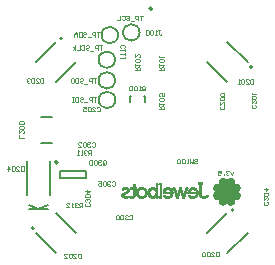
<source format=gbo>
G04 Layer_Color=32896*
%FSLAX25Y25*%
%MOIN*%
G70*
G01*
G75*
%ADD42C,0.00500*%
%ADD46C,0.00400*%
%ADD73C,0.00787*%
%ADD134C,0.00100*%
D42*
X-8844Y15900D02*
G03*
X-8844Y15900I-2756J0D01*
G01*
X-7944Y37500D02*
G03*
X-7944Y37500I-2756J0D01*
G01*
X-8944Y22400D02*
G03*
X-8944Y22400I-2756J0D01*
G01*
Y29300D02*
G03*
X-8944Y29300I-2756J0D01*
G01*
X-744Y38400D02*
G03*
X-744Y38400I-2756J0D01*
G01*
X3545Y46291D02*
G03*
X3545Y46291I-557J0D01*
G01*
X36732Y26873D02*
G03*
X36732Y26873I-394J0D01*
G01*
X-26479Y36338D02*
G03*
X-26479Y36338I-394J0D01*
G01*
X-35945Y-26873D02*
G03*
X-35945Y-26873I-394J0D01*
G01*
X30607Y-20748D02*
G03*
X30607Y-20748I-394J0D01*
G01*
X-27921Y-4868D02*
G03*
X-27921Y-4868I-591J0D01*
G01*
X28543Y35225D02*
X35225Y28543D01*
X21862Y28543D02*
X28543Y21862D01*
X-35225Y28543D02*
X-28543Y35225D01*
X-28543Y21862D02*
X-21862Y28543D01*
X-35225Y-28543D02*
X-28543Y-35225D01*
X-28543Y-21862D02*
X-21862Y-28543D01*
X21862Y-28543D02*
X28543Y-21862D01*
X28543Y-35225D02*
X35225Y-28543D01*
X-37650Y-20630D02*
X-31350D01*
X-30760Y-15709D02*
Y-4390D01*
X-38240Y-15709D02*
Y-4390D01*
X-34500Y-20630D02*
X-31350Y-19055D01*
X-37650D02*
X-34500Y-20630D01*
X-33768Y10131D02*
X-29831D01*
X-33768Y1469D02*
X-29831D01*
X1059Y15303D02*
Y17272D01*
X620D02*
X1059D01*
X-4059Y15303D02*
Y17272D01*
X-3620D01*
D46*
X-6949Y33225D02*
X-7199Y33475D01*
Y33974D01*
X-6949Y34224D01*
X-5949D01*
X-5699Y33974D01*
Y33475D01*
X-5949Y33225D01*
X-5699Y32725D02*
Y32225D01*
Y32475D01*
X-7199D01*
X-6949Y32725D01*
X-5699Y31475D02*
Y30975D01*
Y31225D01*
X-7199D01*
X-6949Y31475D01*
X-5699Y30226D02*
Y29726D01*
Y29976D01*
X-7199D01*
X-6949Y30226D01*
X27250Y13700D02*
X27499Y13450D01*
Y12950D01*
X27250Y12700D01*
X26250D01*
X26000Y12950D01*
Y13450D01*
X26250Y13700D01*
X26000Y15199D02*
Y14199D01*
X27000Y15199D01*
X27250D01*
X27499Y14949D01*
Y14449D01*
X27250Y14199D01*
Y15699D02*
X27499Y15949D01*
Y16449D01*
X27250Y16699D01*
X26250D01*
X26000Y16449D01*
Y15949D01*
X26250Y15699D01*
X27250D01*
Y17199D02*
X27499Y17448D01*
Y17948D01*
X27250Y18198D01*
X26250D01*
X26000Y17948D01*
Y17448D01*
X26250Y17199D01*
X27250D01*
X37850Y14200D02*
X38100Y13950D01*
Y13450D01*
X37850Y13200D01*
X36850D01*
X36600Y13450D01*
Y13950D01*
X36850Y14200D01*
X36600Y15699D02*
Y14699D01*
X37600Y15699D01*
X37850D01*
X38100Y15449D01*
Y14949D01*
X37850Y14699D01*
Y16199D02*
X38100Y16449D01*
Y16949D01*
X37850Y17199D01*
X36850D01*
X36600Y16949D01*
Y16449D01*
X36850Y16199D01*
X37850D01*
X36600Y17699D02*
Y18198D01*
Y17948D01*
X38100D01*
X37850Y17699D01*
X41850Y-18000D02*
X42099Y-18250D01*
Y-18750D01*
X41850Y-19000D01*
X40850D01*
X40600Y-18750D01*
Y-18250D01*
X40850Y-18000D01*
X40600Y-16501D02*
Y-17501D01*
X41600Y-16501D01*
X41850D01*
X42099Y-16751D01*
Y-17251D01*
X41850Y-17501D01*
Y-16001D02*
X42099Y-15751D01*
Y-15251D01*
X41850Y-15001D01*
X40850D01*
X40600Y-15251D01*
Y-15751D01*
X40850Y-16001D01*
X41850D01*
X40600Y-13752D02*
X42099D01*
X41350Y-14501D01*
Y-13502D01*
X-15100Y13350D02*
X-14850Y13600D01*
X-14350D01*
X-14100Y13350D01*
Y12350D01*
X-14350Y12100D01*
X-14850D01*
X-15100Y12350D01*
X-16599Y12100D02*
X-15599D01*
X-16599Y13100D01*
Y13350D01*
X-16349Y13600D01*
X-15849D01*
X-15599Y13350D01*
X-17099D02*
X-17349Y13600D01*
X-17849D01*
X-18099Y13350D01*
Y12350D01*
X-17849Y12100D01*
X-17349D01*
X-17099Y12350D01*
Y13350D01*
X-19598Y13600D02*
X-18599D01*
Y12850D01*
X-19098Y13100D01*
X-19348D01*
X-19598Y12850D01*
Y12350D01*
X-19348Y12100D01*
X-18848D01*
X-18599Y12350D01*
X-4200Y-22650D02*
X-3950Y-22400D01*
X-3450D01*
X-3200Y-22650D01*
Y-23650D01*
X-3450Y-23900D01*
X-3950D01*
X-4200Y-23650D01*
X-4699Y-22650D02*
X-4949Y-22400D01*
X-5449D01*
X-5699Y-22650D01*
Y-22900D01*
X-5449Y-23150D01*
X-5199D01*
X-5449D01*
X-5699Y-23400D01*
Y-23650D01*
X-5449Y-23900D01*
X-4949D01*
X-4699Y-23650D01*
X-6199Y-22650D02*
X-6449Y-22400D01*
X-6949D01*
X-7199Y-22650D01*
Y-23650D01*
X-6949Y-23900D01*
X-6449D01*
X-6199Y-23650D01*
Y-22650D01*
X-7699D02*
X-7948Y-22400D01*
X-8448D01*
X-8698Y-22650D01*
Y-23650D01*
X-8448Y-23900D01*
X-7948D01*
X-7699Y-23650D01*
Y-22650D01*
X-16700Y1550D02*
X-16450Y1799D01*
X-15950D01*
X-15700Y1550D01*
Y550D01*
X-15950Y300D01*
X-16450D01*
X-16700Y550D01*
X-17199Y1550D02*
X-17449Y1799D01*
X-17949D01*
X-18199Y1550D01*
Y1300D01*
X-17949Y1050D01*
X-17699D01*
X-17949D01*
X-18199Y800D01*
Y550D01*
X-17949Y300D01*
X-17449D01*
X-17199Y550D01*
X-18699Y1550D02*
X-18949Y1799D01*
X-19449D01*
X-19699Y1550D01*
Y550D01*
X-19449Y300D01*
X-18949D01*
X-18699Y550D01*
Y1550D01*
X-21198Y300D02*
X-20198D01*
X-21198Y1300D01*
Y1550D01*
X-20948Y1799D01*
X-20448D01*
X-20198Y1550D01*
X-17650Y-18600D02*
X-17401Y-18850D01*
Y-19350D01*
X-17650Y-19600D01*
X-18650D01*
X-18900Y-19350D01*
Y-18850D01*
X-18650Y-18600D01*
X-17650Y-18101D02*
X-17401Y-17851D01*
Y-17351D01*
X-17650Y-17101D01*
X-17900D01*
X-18150Y-17351D01*
Y-17601D01*
Y-17351D01*
X-18400Y-17101D01*
X-18650D01*
X-18900Y-17351D01*
Y-17851D01*
X-18650Y-18101D01*
X-17650Y-16601D02*
X-17401Y-16351D01*
Y-15851D01*
X-17650Y-15601D01*
X-18650D01*
X-18900Y-15851D01*
Y-16351D01*
X-18650Y-16601D01*
X-17650D01*
X-18900Y-14352D02*
X-17401D01*
X-18150Y-15101D01*
Y-14102D01*
X-10000Y-11550D02*
X-9750Y-11300D01*
X-9250D01*
X-9000Y-11550D01*
Y-12550D01*
X-9250Y-12800D01*
X-9750D01*
X-10000Y-12550D01*
X-10499Y-11550D02*
X-10749Y-11300D01*
X-11249D01*
X-11499Y-11550D01*
Y-11800D01*
X-11249Y-12050D01*
X-10999D01*
X-11249D01*
X-11499Y-12300D01*
Y-12550D01*
X-11249Y-12800D01*
X-10749D01*
X-10499Y-12550D01*
X-11999Y-11550D02*
X-12249Y-11300D01*
X-12749D01*
X-12999Y-11550D01*
Y-12550D01*
X-12749Y-12800D01*
X-12249D01*
X-11999Y-12550D01*
Y-11550D01*
X-14498Y-11300D02*
X-13499D01*
Y-12050D01*
X-13998Y-11800D01*
X-14248D01*
X-14498Y-12050D01*
Y-12550D01*
X-14248Y-12800D01*
X-13748D01*
X-13499Y-12550D01*
X25555Y-34738D02*
Y-36237D01*
X24805D01*
X24555Y-35987D01*
Y-34988D01*
X24805Y-34738D01*
X25555D01*
X23056Y-36237D02*
X24055D01*
X23056Y-35237D01*
Y-34988D01*
X23306Y-34738D01*
X23806D01*
X24055Y-34988D01*
X22556D02*
X22306Y-34738D01*
X21806D01*
X21556Y-34988D01*
Y-35987D01*
X21806Y-36237D01*
X22306D01*
X22556Y-35987D01*
Y-34988D01*
X21056D02*
X20807Y-34738D01*
X20307D01*
X20057Y-34988D01*
Y-35987D01*
X20307Y-36237D01*
X20807D01*
X21056Y-35987D01*
Y-34988D01*
X37049Y22831D02*
Y21332D01*
X36300D01*
X36050Y21582D01*
Y22581D01*
X36300Y22831D01*
X37049D01*
X34550Y21332D02*
X35550D01*
X34550Y22331D01*
Y22581D01*
X34800Y22831D01*
X35300D01*
X35550Y22581D01*
X34051D02*
X33801Y22831D01*
X33301D01*
X33051Y22581D01*
Y21582D01*
X33301Y21332D01*
X33801D01*
X34051Y21582D01*
Y22581D01*
X32551Y21332D02*
X32051D01*
X32301D01*
Y22831D01*
X32551Y22581D01*
X-20349Y-35332D02*
Y-36832D01*
X-21099D01*
X-21349Y-36582D01*
Y-35582D01*
X-21099Y-35332D01*
X-20349D01*
X-22849Y-36832D02*
X-21849D01*
X-22849Y-35832D01*
Y-35582D01*
X-22599Y-35332D01*
X-22099D01*
X-21849Y-35582D01*
X-23349D02*
X-23598Y-35332D01*
X-24098D01*
X-24348Y-35582D01*
Y-36582D01*
X-24098Y-36832D01*
X-23598D01*
X-23349Y-36582D01*
Y-35582D01*
X-25848Y-36832D02*
X-24848D01*
X-25848Y-35832D01*
Y-35582D01*
X-25598Y-35332D01*
X-25098D01*
X-24848Y-35582D01*
X-32800Y23099D02*
Y21600D01*
X-33550D01*
X-33800Y21850D01*
Y22850D01*
X-33550Y23099D01*
X-32800D01*
X-35299Y21600D02*
X-34299D01*
X-35299Y22600D01*
Y22850D01*
X-35049Y23099D01*
X-34549D01*
X-34299Y22850D01*
X-35799D02*
X-36049Y23099D01*
X-36549D01*
X-36799Y22850D01*
Y21850D01*
X-36549Y21600D01*
X-36049D01*
X-35799Y21850D01*
Y22850D01*
X-37299D02*
X-37549Y23099D01*
X-38048D01*
X-38298Y22850D01*
Y22600D01*
X-38048Y22350D01*
X-37798D01*
X-38048D01*
X-38298Y22100D01*
Y21850D01*
X-38048Y21600D01*
X-37549D01*
X-37299Y21850D01*
X-39400Y-6301D02*
Y-7800D01*
X-40150D01*
X-40400Y-7550D01*
Y-6550D01*
X-40150Y-6301D01*
X-39400D01*
X-41899Y-7800D02*
X-40900D01*
X-41899Y-6800D01*
Y-6550D01*
X-41649Y-6301D01*
X-41149D01*
X-40900Y-6550D01*
X-42399D02*
X-42649Y-6301D01*
X-43149D01*
X-43399Y-6550D01*
Y-7550D01*
X-43149Y-7800D01*
X-42649D01*
X-42399Y-7550D01*
Y-6550D01*
X-44648Y-7800D02*
Y-6301D01*
X-43899Y-7050D01*
X-44898D01*
X5500Y39099D02*
X6000D01*
X5750D01*
Y37850D01*
X6000Y37600D01*
X6250D01*
X6500Y37850D01*
X5001Y37600D02*
X4501D01*
X4751D01*
Y39099D01*
X5001Y38850D01*
X3751D02*
X3501Y39099D01*
X3001D01*
X2751Y38850D01*
Y37850D01*
X3001Y37600D01*
X3501D01*
X3751Y37850D01*
Y38850D01*
X2251D02*
X2001Y39099D01*
X1502D01*
X1252Y38850D01*
Y37850D01*
X1502Y37600D01*
X2001D01*
X2251Y37850D01*
Y38850D01*
X-39301Y3200D02*
X-40800D01*
Y4200D01*
Y5699D02*
Y4699D01*
X-39800Y5699D01*
X-39550D01*
X-39301Y5449D01*
Y4949D01*
X-39550Y4699D01*
Y6199D02*
X-39301Y6449D01*
Y6949D01*
X-39550Y7199D01*
X-40550D01*
X-40800Y6949D01*
Y6449D01*
X-40550Y6199D01*
X-39550D01*
Y7699D02*
X-39301Y7948D01*
Y8448D01*
X-39550Y8698D01*
X-40550D01*
X-40800Y8448D01*
Y7948D01*
X-40550Y7699D01*
X-39550D01*
X-13000Y-5450D02*
Y-4450D01*
X-12750Y-4200D01*
X-12250D01*
X-12000Y-4450D01*
Y-5450D01*
X-12250Y-5700D01*
X-12750D01*
X-12500Y-5200D02*
X-13000Y-5700D01*
X-12750D02*
X-13000Y-5450D01*
X-13499Y-4450D02*
X-13749Y-4200D01*
X-14249D01*
X-14499Y-4450D01*
Y-4700D01*
X-14249Y-4950D01*
X-13999D01*
X-14249D01*
X-14499Y-5200D01*
Y-5450D01*
X-14249Y-5700D01*
X-13749D01*
X-13499Y-5450D01*
X-14999Y-4450D02*
X-15249Y-4200D01*
X-15749D01*
X-15999Y-4450D01*
Y-5450D01*
X-15749Y-5700D01*
X-15249D01*
X-14999Y-5450D01*
Y-4450D01*
X-16499D02*
X-16748Y-4200D01*
X-17248D01*
X-17498Y-4450D01*
Y-5450D01*
X-17248Y-5700D01*
X-16748D01*
X-16499Y-5450D01*
Y-4450D01*
X5880Y25782D02*
X7380D01*
Y26532D01*
X7130Y26782D01*
X6630D01*
X6380Y26532D01*
Y25782D01*
Y26282D02*
X5880Y26782D01*
Y27281D02*
Y27781D01*
Y27531D01*
X7380D01*
X7130Y27281D01*
Y28531D02*
X7380Y28781D01*
Y29281D01*
X7130Y29531D01*
X6130D01*
X5880Y29281D01*
Y28781D01*
X6130Y28531D01*
X7130D01*
X5880Y30031D02*
Y30530D01*
Y30281D01*
X7380D01*
X7130Y30031D01*
X-2119Y25800D02*
X-619D01*
Y26550D01*
X-869Y26800D01*
X-1369D01*
X-1619Y26550D01*
Y25800D01*
Y26300D02*
X-2119Y26800D01*
Y27299D02*
Y27799D01*
Y27549D01*
X-619D01*
X-869Y27299D01*
Y28549D02*
X-619Y28799D01*
Y29299D01*
X-869Y29549D01*
X-1869D01*
X-2119Y29299D01*
Y28799D01*
X-1869Y28549D01*
X-869D01*
X-2119Y31048D02*
Y30049D01*
X-1119Y31048D01*
X-869D01*
X-619Y30798D01*
Y30299D01*
X-869Y30049D01*
X-16800Y-2400D02*
Y-900D01*
X-17550D01*
X-17800Y-1150D01*
Y-1650D01*
X-17550Y-1900D01*
X-16800D01*
X-17300D02*
X-17800Y-2400D01*
X-18300Y-1150D02*
X-18549Y-900D01*
X-19049D01*
X-19299Y-1150D01*
Y-1400D01*
X-19049Y-1650D01*
X-18799D01*
X-19049D01*
X-19299Y-1900D01*
Y-2150D01*
X-19049Y-2400D01*
X-18549D01*
X-18300Y-2150D01*
X-19799Y-2400D02*
X-20299D01*
X-20049D01*
Y-900D01*
X-19799Y-1150D01*
X-21049Y-2400D02*
X-21549D01*
X-21299D01*
Y-900D01*
X-21049Y-1150D01*
X-19900Y-19900D02*
Y-18401D01*
X-20650D01*
X-20900Y-18650D01*
Y-19150D01*
X-20650Y-19400D01*
X-19900D01*
X-20400D02*
X-20900Y-19900D01*
X-21399Y-18650D02*
X-21649Y-18401D01*
X-22149D01*
X-22399Y-18650D01*
Y-18900D01*
X-22149Y-19150D01*
X-21899D01*
X-22149D01*
X-22399Y-19400D01*
Y-19650D01*
X-22149Y-19900D01*
X-21649D01*
X-21399Y-19650D01*
X-22899Y-19900D02*
X-23399D01*
X-23149D01*
Y-18401D01*
X-22899Y-18650D01*
X-25148Y-19900D02*
X-24149D01*
X-25148Y-18900D01*
Y-18650D01*
X-24898Y-18401D01*
X-24399D01*
X-24149Y-18650D01*
X17500Y-4050D02*
X17750Y-3801D01*
X18250D01*
X18500Y-4050D01*
Y-4300D01*
X18250Y-4550D01*
X17750D01*
X17500Y-4800D01*
Y-5050D01*
X17750Y-5300D01*
X18250D01*
X18500Y-5050D01*
X17000Y-3801D02*
Y-5300D01*
X16501Y-4800D01*
X16001Y-5300D01*
Y-3801D01*
X15501Y-5300D02*
X15001D01*
X15251D01*
Y-3801D01*
X15501Y-4050D01*
X14251D02*
X14001Y-3801D01*
X13502D01*
X13252Y-4050D01*
Y-5050D01*
X13502Y-5300D01*
X14001D01*
X14251Y-5050D01*
Y-4050D01*
X12752D02*
X12502Y-3801D01*
X12002D01*
X11752Y-4050D01*
Y-5050D01*
X12002Y-5300D01*
X12502D01*
X12752Y-5050D01*
Y-4050D01*
X-13200Y34100D02*
X-14200D01*
X-13700D01*
Y32600D01*
X-14699D02*
Y34100D01*
X-15449D01*
X-15699Y33850D01*
Y33350D01*
X-15449Y33100D01*
X-14699D01*
X-16199Y32350D02*
X-17199D01*
X-18698Y33850D02*
X-18448Y34100D01*
X-17948D01*
X-17699Y33850D01*
Y33600D01*
X-17948Y33350D01*
X-18448D01*
X-18698Y33100D01*
Y32850D01*
X-18448Y32600D01*
X-17948D01*
X-17699Y32850D01*
X-20198Y33850D02*
X-19948Y34100D01*
X-19448D01*
X-19198Y33850D01*
Y32850D01*
X-19448Y32600D01*
X-19948D01*
X-20198Y32850D01*
X-20698Y34100D02*
Y32600D01*
X-21697D01*
X-22197D02*
Y34100D01*
Y33100D02*
X-22947Y33600D01*
X-22197Y33100D02*
X-22947Y32600D01*
X300Y43999D02*
X-700D01*
X-200D01*
Y42500D01*
X-1199D02*
Y43999D01*
X-1949D01*
X-2199Y43750D01*
Y43250D01*
X-1949Y43000D01*
X-1199D01*
X-2699Y42250D02*
X-3699D01*
X-5198Y43750D02*
X-4948Y43999D01*
X-4448D01*
X-4199Y43750D01*
Y43500D01*
X-4448Y43250D01*
X-4948D01*
X-5198Y43000D01*
Y42750D01*
X-4948Y42500D01*
X-4448D01*
X-4199Y42750D01*
X-6698Y43750D02*
X-6448Y43999D01*
X-5948D01*
X-5698Y43750D01*
Y42750D01*
X-5948Y42500D01*
X-6448D01*
X-6698Y42750D01*
X-7198Y43999D02*
Y42500D01*
X-8197D01*
X-14100Y38500D02*
X-15100D01*
X-14600D01*
Y37000D01*
X-15599D02*
Y38500D01*
X-16349D01*
X-16599Y38250D01*
Y37750D01*
X-16349Y37500D01*
X-15599D01*
X-17099Y36750D02*
X-18099D01*
X-19598Y38250D02*
X-19348Y38500D01*
X-18848D01*
X-18599Y38250D01*
Y38000D01*
X-18848Y37750D01*
X-19348D01*
X-19598Y37500D01*
Y37250D01*
X-19348Y37000D01*
X-18848D01*
X-18599Y37250D01*
X-20098Y38500D02*
Y37000D01*
X-20848D01*
X-21098Y37250D01*
Y38250D01*
X-20848Y38500D01*
X-20098D01*
X-21598Y37000D02*
Y38000D01*
X-22097Y38500D01*
X-22597Y38000D01*
Y37000D01*
Y37750D01*
X-21598D01*
X-15200Y16800D02*
X-16200D01*
X-15700D01*
Y15300D01*
X-16700D02*
Y16800D01*
X-17449D01*
X-17699Y16550D01*
Y16050D01*
X-17449Y15800D01*
X-16700D01*
X-18199Y15050D02*
X-19199D01*
X-20698Y16550D02*
X-20448Y16800D01*
X-19949D01*
X-19699Y16550D01*
Y16300D01*
X-19949Y16050D01*
X-20448D01*
X-20698Y15800D01*
Y15550D01*
X-20448Y15300D01*
X-19949D01*
X-19699Y15550D01*
X-21198Y16800D02*
Y15300D01*
X-21948D01*
X-22198Y15550D01*
Y16550D01*
X-21948Y16800D01*
X-21198D01*
X-22698D02*
X-23197D01*
X-22948D01*
Y15300D01*
X-22698D01*
X-23197D01*
X-15200Y23099D02*
X-16200D01*
X-15700D01*
Y21600D01*
X-16700D02*
Y23099D01*
X-17449D01*
X-17699Y22850D01*
Y22350D01*
X-17449Y22100D01*
X-16700D01*
X-18199Y21350D02*
X-19199D01*
X-20698Y22850D02*
X-20448Y23099D01*
X-19949D01*
X-19699Y22850D01*
Y22600D01*
X-19949Y22350D01*
X-20448D01*
X-20698Y22100D01*
Y21850D01*
X-20448Y21600D01*
X-19949D01*
X-19699Y21850D01*
X-21198Y23099D02*
Y21600D01*
X-21948D01*
X-22198Y21850D01*
Y22850D01*
X-21948Y23099D01*
X-21198D01*
X-23447D02*
X-22948D01*
X-22698Y22850D01*
Y21850D01*
X-22948Y21600D01*
X-23447D01*
X-23697Y21850D01*
Y22850D01*
X-23447Y23099D01*
X82Y19334D02*
Y20334D01*
X332Y20584D01*
X832D01*
X1082Y20334D01*
Y19334D01*
X832Y19084D01*
X332D01*
X582Y19584D02*
X82Y19084D01*
X332D02*
X82Y19334D01*
X-418Y19084D02*
X-918D01*
X-668D01*
Y20584D01*
X-418Y20334D01*
X-1667D02*
X-1917Y20584D01*
X-2417D01*
X-2667Y20334D01*
Y19334D01*
X-2417Y19084D01*
X-1917D01*
X-1667Y19334D01*
Y20334D01*
X-3167D02*
X-3417Y20584D01*
X-3917D01*
X-4167Y20334D01*
Y19334D01*
X-3917Y19084D01*
X-3417D01*
X-3167Y19334D01*
Y20334D01*
X5800Y12800D02*
X7299D01*
Y13550D01*
X7050Y13800D01*
X6550D01*
X6300Y13550D01*
Y12800D01*
Y13300D02*
X5800Y13800D01*
Y14299D02*
Y14799D01*
Y14549D01*
X7299D01*
X7050Y14299D01*
Y15549D02*
X7299Y15799D01*
Y16299D01*
X7050Y16549D01*
X6050D01*
X5800Y16299D01*
Y15799D01*
X6050Y15549D01*
X7050D01*
X7299Y18048D02*
Y17049D01*
X6550D01*
X6800Y17549D01*
Y17798D01*
X6550Y18048D01*
X6050D01*
X5800Y17798D01*
Y17299D01*
X6050Y17049D01*
X30500Y-8200D02*
X30000Y-9200D01*
X29500Y-8200D01*
X29000Y-7950D02*
X28751Y-7700D01*
X28251D01*
X28001Y-7950D01*
Y-8200D01*
X28251Y-8450D01*
X28501D01*
X28251D01*
X28001Y-8700D01*
Y-8950D01*
X28251Y-9200D01*
X28751D01*
X29000Y-8950D01*
X27501Y-9200D02*
Y-8950D01*
X27251D01*
Y-9200D01*
X27501D01*
X25252Y-7700D02*
X26251D01*
Y-8450D01*
X25752Y-8200D01*
X25502D01*
X25252Y-8450D01*
Y-8950D01*
X25502Y-9200D01*
X26001D01*
X26251Y-8950D01*
D73*
X-27331Y-10281D02*
Y-7919D01*
X-18669Y-10281D02*
Y-7919D01*
X-27331D02*
X-18669D01*
X-27331Y-10281D02*
X-18669D01*
D134*
X26700Y-19000D02*
X27100D01*
X29200D02*
X29600D01*
X26400Y-18900D02*
X27500D01*
X28900D02*
X30000D01*
X26200Y-18800D02*
X27600D01*
X28700D02*
X30200D01*
X26100Y-18700D02*
X27800D01*
X28600D02*
X30300D01*
X26000Y-18600D02*
X27900D01*
X28500D02*
X30400D01*
X25900Y-18500D02*
X28000D01*
X28400D02*
X30500D01*
X25800Y-18400D02*
X28100D01*
X28300D02*
X30600D01*
X25800Y-18300D02*
X28100D01*
X28300D02*
X30600D01*
X25700Y-18200D02*
X30700D01*
X25700Y-18100D02*
X30700D01*
X25600Y-18000D02*
X30700D01*
X25600Y-17900D02*
X30700D01*
X25600Y-17800D02*
X30800D01*
X25600Y-17700D02*
X30800D01*
X25600Y-17600D02*
X30800D01*
X25600Y-17500D02*
X30800D01*
X25600Y-17400D02*
X30700D01*
X25700Y-17300D02*
X30700D01*
X25700Y-17200D02*
X30700D01*
X24600Y-17100D02*
X25600D01*
X25700D02*
X30600D01*
X30800D02*
X31700D01*
X24400Y-17000D02*
X31900D01*
X24300Y-16900D02*
X32100D01*
X8300Y-16800D02*
X8800D01*
X16600D02*
X17100D01*
X20200D02*
X20800D01*
X24200D02*
X32200D01*
X-6100Y-16700D02*
X-4900D01*
X-3900D02*
X-3100D01*
X-800D02*
X400D01*
X3000D02*
X4000D01*
X4800D02*
X5200D01*
X5800D02*
X6300D01*
X7800D02*
X9200D01*
X11500D02*
X11900D01*
X13500D02*
X13900D01*
X16100D02*
X17500D01*
X19900D02*
X21100D01*
X24100D02*
X32300D01*
X-6300Y-16600D02*
X-4700D01*
X-4100D02*
X-2800D01*
X-1000D02*
X700D01*
X2800D02*
X4200D01*
X4700D02*
X5300D01*
X5800D02*
X6400D01*
X7600D02*
X9400D01*
X11500D02*
X12000D01*
X13500D02*
X14000D01*
X15900D02*
X17700D01*
X19700D02*
X21300D01*
X24000D02*
X32400D01*
X-6500Y-16500D02*
X-4500D01*
X-4200D02*
X-2700D01*
X-1200D02*
X800D01*
X2600D02*
X4400D01*
X4600D02*
X5400D01*
X5700D02*
X6500D01*
X7400D02*
X9500D01*
X11400D02*
X12100D01*
X13400D02*
X14100D01*
X15800D02*
X17900D01*
X19500D02*
X21500D01*
X23900D02*
X32400D01*
X-6600Y-16400D02*
X-4400D01*
X-4200D02*
X-2600D01*
X-1300D02*
X1000D01*
X2500D02*
X4500D01*
X4600D02*
X5400D01*
X5700D02*
X6500D01*
X7300D02*
X9700D01*
X11400D02*
X12100D01*
X13400D02*
X14100D01*
X15600D02*
X18000D01*
X19400D02*
X21600D01*
X23900D02*
X32500D01*
X-6700Y-16300D02*
X-4300D01*
X-4200D02*
X-2600D01*
X-1400D02*
X1100D01*
X2400D02*
X4500D01*
X4600D02*
X5300D01*
X5800D02*
X6500D01*
X7200D02*
X9800D01*
X11300D02*
X12100D01*
X13400D02*
X14200D01*
X15500D02*
X18100D01*
X19400D02*
X21700D01*
X23900D02*
X32500D01*
X-6700Y-16200D02*
X-5800D01*
X-5200D02*
X-4300D01*
X-4100D02*
X-2500D01*
X-1500D02*
X-500D01*
X100D02*
X1200D01*
X2300D02*
X5200D01*
X5900D02*
X6500D01*
X7100D02*
X8100D01*
X8900D02*
X9900D01*
X11300D02*
X12200D01*
X13300D02*
X14200D01*
X15500D02*
X16500D01*
X17200D02*
X18200D01*
X19300D02*
X20100D01*
X20900D02*
X21800D01*
X23800D02*
X32500D01*
X-6800Y-16100D02*
X-6000D01*
X-4900D02*
X-4400D01*
X-3200D02*
X-2500D01*
X-1600D02*
X-700D01*
X400D02*
X1300D01*
X2200D02*
X3100D01*
X3900D02*
X5200D01*
X5900D02*
X6500D01*
X7100D02*
X7900D01*
X9100D02*
X9900D01*
X11300D02*
X12200D01*
X13300D02*
X14200D01*
X15500D02*
X16200D01*
X17400D02*
X18300D01*
X19200D02*
X20000D01*
X21000D02*
X21800D01*
X23800D02*
X32600D01*
X-6800Y-16000D02*
X-6100D01*
X-4800D02*
X-4500D01*
X-3100D02*
X-2400D01*
X-1700D02*
X-900D01*
X500D02*
X1400D01*
X2200D02*
X3000D01*
X4100D02*
X5200D01*
X5900D02*
X6500D01*
X7100D02*
X7700D01*
X9200D02*
X10000D01*
X11200D02*
X12200D01*
X13300D02*
X14300D01*
X15500D02*
X16100D01*
X17600D02*
X18300D01*
X19200D02*
X19900D01*
X21200D02*
X21900D01*
X23800D02*
X32600D01*
X-6800Y-15900D02*
X-6100D01*
X-3100D02*
X-2400D01*
X-1700D02*
X-1000D01*
X700D02*
X1400D01*
X2100D02*
X2900D01*
X4200D02*
X5200D01*
X5900D02*
X6500D01*
X7200D02*
X7600D01*
X9300D02*
X10100D01*
X11200D02*
X12200D01*
X13200D02*
X14300D01*
X15500D02*
X15900D01*
X17700D02*
X18400D01*
X19100D02*
X19800D01*
X21300D02*
X21900D01*
X23800D02*
X32600D01*
X-6800Y-15800D02*
X-6200D01*
X-3000D02*
X-2400D01*
X-1800D02*
X-1100D01*
X800D02*
X1500D01*
X2100D02*
X2800D01*
X4300D02*
X5200D01*
X5900D02*
X6500D01*
X9400D02*
X10100D01*
X11200D02*
X12300D01*
X13200D02*
X13700D01*
X13800D02*
X14300D01*
X17700D02*
X18400D01*
X19100D02*
X19800D01*
X21300D02*
X21800D01*
X23800D02*
X32600D01*
X-6800Y-15700D02*
X-6100D01*
X-3000D02*
X-2400D01*
X-1800D02*
X-1100D01*
X800D02*
X1500D01*
X2000D02*
X2700D01*
X4400D02*
X5200D01*
X5900D02*
X6500D01*
X9500D02*
X10100D01*
X11100D02*
X12300D01*
X13200D02*
X13700D01*
X13800D02*
X14400D01*
X17800D02*
X18500D01*
X19100D02*
X19700D01*
X21400D02*
X21700D01*
X23800D02*
X32600D01*
X-6800Y-15600D02*
X-6100D01*
X-3000D02*
X-2400D01*
X-1900D02*
X-1200D01*
X900D02*
X1600D01*
X2000D02*
X2700D01*
X4400D02*
X5200D01*
X5900D02*
X6500D01*
X9500D02*
X10200D01*
X11100D02*
X11700D01*
X11800D02*
X12300D01*
X13100D02*
X13700D01*
X13800D02*
X14400D01*
X17900D02*
X18500D01*
X19100D02*
X19700D01*
X23800D02*
X32600D01*
X-6700Y-15500D02*
X-5900D01*
X-3000D02*
X-2400D01*
X-1900D02*
X-1300D01*
X1000D02*
X1600D01*
X2000D02*
X2600D01*
X4500D02*
X5200D01*
X5900D02*
X6500D01*
X9600D02*
X10200D01*
X11100D02*
X11700D01*
X11800D02*
X12400D01*
X13100D02*
X13700D01*
X13800D02*
X14400D01*
X17900D02*
X18500D01*
X19100D02*
X19700D01*
X23800D02*
X32500D01*
X-6600Y-15400D02*
X-5700D01*
X-3000D02*
X-2400D01*
X-1900D02*
X-1300D01*
X1000D02*
X1600D01*
X1900D02*
X2600D01*
X4500D02*
X5200D01*
X5900D02*
X6500D01*
X9600D02*
X10200D01*
X11000D02*
X11600D01*
X11800D02*
X12400D01*
X13100D02*
X13700D01*
X13900D02*
X14500D01*
X17900D02*
X18600D01*
X19000D02*
X19700D01*
X23900D02*
X32500D01*
X-6600Y-15300D02*
X-5500D01*
X-3000D02*
X-2400D01*
X-2000D02*
X-1300D01*
X1000D02*
X1700D01*
X1900D02*
X2600D01*
X4500D02*
X5200D01*
X5900D02*
X6500D01*
X9600D02*
X10200D01*
X11000D02*
X11600D01*
X11900D02*
X12400D01*
X13000D02*
X13600D01*
X13900D02*
X14500D01*
X18000D02*
X18600D01*
X19000D02*
X19700D01*
X23900D02*
X32500D01*
X-6500Y-15200D02*
X-5300D01*
X-3000D02*
X-2400D01*
X-2000D02*
X-1300D01*
X1000D02*
X1700D01*
X1900D02*
X2500D01*
X4600D02*
X5200D01*
X5900D02*
X6500D01*
X7000D02*
X10300D01*
X10900D02*
X11600D01*
X11900D02*
X12500D01*
X13000D02*
X13600D01*
X13900D02*
X14600D01*
X15300D02*
X18600D01*
X19000D02*
X19700D01*
X24000D02*
X32400D01*
X-6400Y-15100D02*
X-5000D01*
X-3000D02*
X-2400D01*
X-2000D02*
X-1400D01*
X1100D02*
X1700D01*
X1900D02*
X2500D01*
X4600D02*
X5200D01*
X5900D02*
X6500D01*
X6900D02*
X10300D01*
X10900D02*
X11500D01*
X11900D02*
X12500D01*
X13000D02*
X13600D01*
X14000D02*
X14600D01*
X15200D02*
X18600D01*
X19000D02*
X19700D01*
X24000D02*
X32400D01*
X-6200Y-15000D02*
X-4900D01*
X-3000D02*
X-2400D01*
X-2000D02*
X-1400D01*
X1100D02*
X1700D01*
X1900D02*
X2500D01*
X4600D02*
X5200D01*
X5900D02*
X6500D01*
X6900D02*
X10300D01*
X10900D02*
X11500D01*
X12000D02*
X12500D01*
X12900D02*
X13500D01*
X14000D02*
X14600D01*
X15200D02*
X18600D01*
X19000D02*
X19700D01*
X24100D02*
X32300D01*
X-6000Y-14900D02*
X-4700D01*
X-3000D02*
X-2400D01*
X-2000D02*
X-1400D01*
X1100D02*
X1700D01*
X1900D02*
X2500D01*
X4600D02*
X5200D01*
X5900D02*
X6500D01*
X6900D02*
X10300D01*
X10800D02*
X11500D01*
X12000D02*
X12600D01*
X12900D02*
X13500D01*
X14000D02*
X14700D01*
X15200D02*
X18600D01*
X19000D02*
X19700D01*
X24200D02*
X32200D01*
X-5800Y-14800D02*
X-4600D01*
X-3000D02*
X-2400D01*
X-2000D02*
X-1300D01*
X1100D02*
X1700D01*
X1900D02*
X2500D01*
X4600D02*
X5200D01*
X5900D02*
X6500D01*
X6900D02*
X10300D01*
X10800D02*
X11400D01*
X12000D02*
X12600D01*
X12900D02*
X13500D01*
X14100D02*
X14700D01*
X15200D02*
X18600D01*
X19000D02*
X19700D01*
X24300D02*
X32100D01*
X-5600Y-14700D02*
X-4500D01*
X-3000D02*
X-2400D01*
X-2000D02*
X-1300D01*
X1000D02*
X1700D01*
X1900D02*
X2500D01*
X4600D02*
X5200D01*
X5900D02*
X6500D01*
X6900D02*
X7500D01*
X9600D02*
X10200D01*
X10800D02*
X11400D01*
X12000D02*
X12600D01*
X12800D02*
X13400D01*
X14100D02*
X14700D01*
X15300D02*
X15900D01*
X18000D02*
X18600D01*
X19000D02*
X19700D01*
X24400D02*
X31900D01*
X-5300Y-14600D02*
X-4400D01*
X-3000D02*
X-2400D01*
X-1900D02*
X-1300D01*
X1000D02*
X1600D01*
X1900D02*
X2600D01*
X4500D02*
X5200D01*
X5900D02*
X6500D01*
X6900D02*
X7600D01*
X9600D02*
X10200D01*
X10700D02*
X11400D01*
X12100D02*
X12700D01*
X12800D02*
X13400D01*
X14200D02*
X14800D01*
X15300D02*
X15900D01*
X17900D02*
X18600D01*
X19000D02*
X19700D01*
X24700D02*
X31700D01*
X-5100Y-14500D02*
X-4400D01*
X-3000D02*
X-2400D01*
X-1900D02*
X-1300D01*
X1000D02*
X1600D01*
X1900D02*
X2600D01*
X4500D02*
X5200D01*
X5900D02*
X6500D01*
X7000D02*
X7600D01*
X9600D02*
X10200D01*
X10700D02*
X11300D01*
X12100D02*
X12700D01*
X12800D02*
X13400D01*
X14200D02*
X14800D01*
X15300D02*
X15900D01*
X17900D02*
X18500D01*
X19000D02*
X19700D01*
X24400D02*
X31900D01*
X-5000Y-14400D02*
X-4300D01*
X-3000D02*
X-2400D01*
X-1900D02*
X-1200D01*
X900D02*
X1600D01*
X2000D02*
X2600D01*
X4500D02*
X5200D01*
X5900D02*
X6500D01*
X7000D02*
X7600D01*
X9500D02*
X10200D01*
X10700D02*
X11300D01*
X12100D02*
X12700D01*
X12800D02*
X13400D01*
X14200D02*
X14800D01*
X15300D02*
X16000D01*
X17900D02*
X18500D01*
X19000D02*
X19700D01*
X24300D02*
X32100D01*
X-4900Y-14300D02*
X-4300D01*
X-3000D02*
X-2400D01*
X-1800D02*
X-1200D01*
X900D02*
X1500D01*
X2000D02*
X2700D01*
X4400D02*
X5200D01*
X5900D02*
X6500D01*
X7000D02*
X7700D01*
X9500D02*
X10100D01*
X10600D02*
X11300D01*
X12200D02*
X13300D01*
X14300D02*
X14900D01*
X15400D02*
X16000D01*
X17800D02*
X18500D01*
X19000D02*
X19700D01*
X24200D02*
X32200D01*
X-4900Y-14200D02*
X-4300D01*
X-3000D02*
X-2400D01*
X-1800D02*
X-1100D01*
X800D02*
X1500D01*
X2000D02*
X2700D01*
X4300D02*
X5200D01*
X5900D02*
X6500D01*
X7100D02*
X7800D01*
X9400D02*
X10100D01*
X10600D02*
X11200D01*
X12200D02*
X13300D01*
X14300D02*
X14900D01*
X15400D02*
X16100D01*
X17700D02*
X18400D01*
X19000D02*
X19700D01*
X24100D02*
X32300D01*
X-4900Y-14100D02*
X-4300D01*
X-3000D02*
X-2400D01*
X-1700D02*
X-1000D01*
X700D02*
X1400D01*
X2100D02*
X2800D01*
X4300D02*
X5200D01*
X5900D02*
X6500D01*
X7100D02*
X7900D01*
X9300D02*
X10000D01*
X10500D02*
X11200D01*
X12200D02*
X13300D01*
X14300D02*
X15000D01*
X15500D02*
X16200D01*
X17600D02*
X18400D01*
X19000D02*
X19700D01*
X24000D02*
X32400D01*
X-6500Y-14000D02*
X-6200D01*
X-5000D02*
X-4300D01*
X-3000D02*
X-2400D01*
X-1700D02*
X-900D01*
X600D02*
X1400D01*
X2100D02*
X2900D01*
X4200D02*
X5200D01*
X5900D02*
X6500D01*
X7200D02*
X8000D01*
X9200D02*
X10000D01*
X10500D02*
X11100D01*
X12300D02*
X13200D01*
X14400D02*
X15000D01*
X15500D02*
X16300D01*
X17500D02*
X18300D01*
X19000D02*
X19700D01*
X24000D02*
X32400D01*
X-6600Y-13900D02*
X-6100D01*
X-5100D02*
X-4300D01*
X-3000D02*
X-2400D01*
X-1600D02*
X-700D01*
X400D02*
X1300D01*
X2200D02*
X3100D01*
X4000D02*
X5200D01*
X5900D02*
X6500D01*
X7200D02*
X8100D01*
X9000D02*
X9900D01*
X10500D02*
X11100D01*
X12300D02*
X13200D01*
X14400D02*
X15000D01*
X15600D02*
X16400D01*
X17400D02*
X18200D01*
X19000D02*
X19700D01*
X23900D02*
X32500D01*
X-6600Y-13800D02*
X-5900D01*
X-5300D02*
X-4400D01*
X-3000D02*
X-2400D01*
X-1500D02*
X-500D01*
X200D02*
X1200D01*
X2300D02*
X3300D01*
X3700D02*
X5200D01*
X5900D02*
X6500D01*
X7300D02*
X8400D01*
X8700D02*
X9800D01*
X10400D02*
X11100D01*
X12300D02*
X13200D01*
X14400D02*
X15100D01*
X15700D02*
X16700D01*
X17100D02*
X18200D01*
X19000D02*
X19700D01*
X23900D02*
X32500D01*
X-6600Y-13700D02*
X-4400D01*
X-3900D02*
X-2100D01*
X-1400D02*
X1100D01*
X2400D02*
X5200D01*
X5900D02*
X6500D01*
X7400D02*
X9700D01*
X10200D02*
X11000D01*
X12400D02*
X13100D01*
X14500D02*
X15200D01*
X15800D02*
X18100D01*
X19000D02*
X19700D01*
X23800D02*
X32500D01*
X-6600Y-13600D02*
X-4500D01*
X-3900D02*
X-2000D01*
X-1300D02*
X1000D01*
X2500D02*
X4500D01*
X4600D02*
X5200D01*
X5900D02*
X6500D01*
X7500D02*
X9600D01*
X10200D02*
X11000D01*
X12400D02*
X13100D01*
X14500D02*
X15300D01*
X15900D02*
X17900D01*
X19000D02*
X19700D01*
X23800D02*
X32600D01*
X-6500Y-13500D02*
X-4600D01*
X-3900D02*
X-2000D01*
X-1200D02*
X900D01*
X2600D02*
X4400D01*
X4600D02*
X5200D01*
X5900D02*
X6500D01*
X7600D02*
X9500D01*
X10200D02*
X11000D01*
X12400D02*
X13100D01*
X14500D02*
X15300D01*
X16000D02*
X17800D01*
X19000D02*
X19700D01*
X23800D02*
X32600D01*
X-6400Y-13400D02*
X-4800D01*
X-3900D02*
X-2000D01*
X-1000D02*
X700D01*
X2800D02*
X4200D01*
X4600D02*
X5200D01*
X5900D02*
X6500D01*
X7800D02*
X9300D01*
X10200D02*
X10900D01*
X12500D02*
X13000D01*
X14600D02*
X15300D01*
X16100D02*
X17600D01*
X19000D02*
X19700D01*
X23800D02*
X32600D01*
X-6200Y-13300D02*
X-5000D01*
X-3900D02*
X-2100D01*
X-800D02*
X500D01*
X3000D02*
X4000D01*
X4600D02*
X5200D01*
X5900D02*
X6500D01*
X8000D02*
X9100D01*
X10300D02*
X10700D01*
X12500D02*
X12900D01*
X14700D02*
X15100D01*
X16400D02*
X17400D01*
X19000D02*
X19700D01*
X23800D02*
X32600D01*
X-5800Y-13200D02*
X-5400D01*
X-3000D02*
X-2400D01*
X-400D02*
X0D01*
X4600D02*
X5200D01*
X5900D02*
X6500D01*
X19000D02*
X19700D01*
X23800D02*
X32600D01*
X-3000Y-13100D02*
X-2400D01*
X4600D02*
X5200D01*
X5900D02*
X6500D01*
X19000D02*
X19700D01*
X23800D02*
X32600D01*
X-3000Y-13000D02*
X-2400D01*
X4600D02*
X5200D01*
X5900D02*
X6500D01*
X19000D02*
X19700D01*
X23800D02*
X32500D01*
X-3000Y-12900D02*
X-2400D01*
X4600D02*
X5200D01*
X5900D02*
X6500D01*
X19000D02*
X19300D01*
X19400D02*
X19600D01*
X23900D02*
X32500D01*
X-3000Y-12800D02*
X-2400D01*
X4600D02*
X5200D01*
X5900D02*
X6500D01*
X19000D02*
X19200D01*
X23900D02*
X32500D01*
X-3000Y-12700D02*
X-2300D01*
X4600D02*
X5200D01*
X5900D02*
X6500D01*
X23900D02*
X32400D01*
X-3000Y-12600D02*
X-2200D01*
X4600D02*
X5200D01*
X5900D02*
X6500D01*
X19300D02*
X19500D01*
X24000D02*
X32400D01*
X-2900Y-12500D02*
X-2200D01*
X4600D02*
X5200D01*
X5900D02*
X6500D01*
X19200D02*
X19600D01*
X24100D02*
X32300D01*
X-2900Y-12400D02*
X-2200D01*
X4600D02*
X5200D01*
X5900D02*
X6500D01*
X19100D02*
X19700D01*
X24200D02*
X32200D01*
X-2800Y-12300D02*
X-2400D01*
X4600D02*
X5300D01*
X5800D02*
X6500D01*
X19000D02*
X19800D01*
X24300D02*
X32100D01*
X4600Y-12200D02*
X5400D01*
X5700D02*
X6500D01*
X18900D02*
X19900D01*
X24400D02*
X31900D01*
X4600Y-12100D02*
X5400D01*
X5700D02*
X6500D01*
X18800D02*
X20000D01*
X24600D02*
X25600D01*
X25700D02*
X30600D01*
X30800D02*
X31700D01*
X4700Y-12000D02*
X5300D01*
X5800D02*
X6400D01*
X18700D02*
X20100D01*
X25700D02*
X30700D01*
X4800Y-11900D02*
X5200D01*
X5800D02*
X6300D01*
X18600D02*
X20200D01*
X25700D02*
X30700D01*
X18600Y-11800D02*
X20200D01*
X25600D02*
X30700D01*
X18600Y-11700D02*
X20200D01*
X25600D02*
X30800D01*
X18600Y-11600D02*
X20200D01*
X25600D02*
X30800D01*
X18700Y-11500D02*
X20100D01*
X25600D02*
X30800D01*
X18700Y-11400D02*
X19300D01*
X19400D02*
X20000D01*
X25600D02*
X30800D01*
X25600Y-11300D02*
X30700D01*
X25600Y-11200D02*
X30700D01*
X25700Y-11100D02*
X30700D01*
X25700Y-11000D02*
X30700D01*
X25800Y-10900D02*
X28100D01*
X28300D02*
X30600D01*
X25800Y-10800D02*
X28100D01*
X28300D02*
X30600D01*
X25900Y-10700D02*
X28000D01*
X28400D02*
X30500D01*
X26000Y-10600D02*
X27900D01*
X28500D02*
X30400D01*
X26100Y-10500D02*
X27800D01*
X28600D02*
X30300D01*
X26200Y-10400D02*
X27600D01*
X28700D02*
X30200D01*
X26400Y-10300D02*
X27500D01*
X28900D02*
X30000D01*
X26700Y-10200D02*
X27100D01*
X29200D02*
X29600D01*
M02*

</source>
